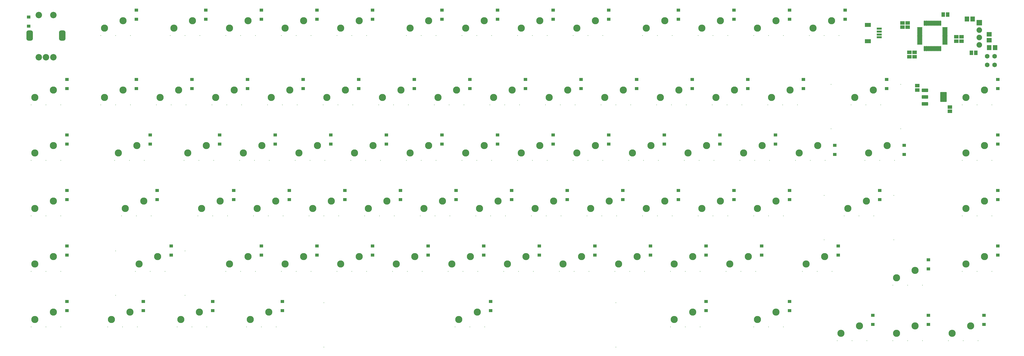
<source format=gbr>
G04*
G04 #@! TF.GenerationSoftware,Altium Limited,Altium Designer,25.6.2 (33)*
G04*
G04 Layer_Color=16711935*
%FSLAX25Y25*%
%MOIN*%
G70*
G04*
G04 #@! TF.SameCoordinates,382BDFDD-3B37-4485-9E84-E16E40AE936B*
G04*
G04*
G04 #@! TF.FilePolarity,Negative*
G04*
G01*
G75*
%ADD11C,0.00800*%
%ADD12C,0.09658*%
G04:AMPARAMS|DCode=13|XSize=74.93mil|YSize=74.93mil|CornerRadius=37.47mil|HoleSize=0mil|Usage=FLASHONLY|Rotation=0.000|XOffset=0mil|YOffset=0mil|HoleType=Round|Shape=RoundedRectangle|*
%AMROUNDEDRECTD13*
21,1,0.07493,0.00000,0,0,0.0*
21,1,0.00000,0.07493,0,0,0.0*
1,1,0.07493,0.00000,0.00000*
1,1,0.07493,0.00000,0.00000*
1,1,0.07493,0.00000,0.00000*
1,1,0.07493,0.00000,0.00000*
%
%ADD13ROUNDEDRECTD13*%
%ADD14R,0.07493X0.07493*%
%ADD15C,0.08674*%
G04:AMPARAMS|DCode=16|XSize=137.92mil|YSize=86.74mil|CornerRadius=23.68mil|HoleSize=0mil|Usage=FLASHONLY|Rotation=90.000|XOffset=0mil|YOffset=0mil|HoleType=Round|Shape=RoundedRectangle|*
%AMROUNDEDRECTD16*
21,1,0.13792,0.03937,0,0,90.0*
21,1,0.09055,0.08674,0,0,90.0*
1,1,0.04737,0.01968,0.04528*
1,1,0.04737,0.01968,-0.04528*
1,1,0.04737,-0.01968,-0.04528*
1,1,0.04737,-0.01968,0.04528*
%
%ADD16ROUNDEDRECTD16*%
%ADD52R,0.07887X0.05524*%
%ADD53R,0.06902X0.03162*%
%ADD54R,0.04540X0.04343*%
%ADD55O,0.07296X0.01981*%
%ADD56O,0.01981X0.07296*%
G04:AMPARAMS|DCode=57|XSize=47.37mil|YSize=88.71mil|CornerRadius=5.97mil|HoleSize=0mil|Usage=FLASHONLY|Rotation=270.000|XOffset=0mil|YOffset=0mil|HoleType=Round|Shape=RoundedRectangle|*
%AMROUNDEDRECTD57*
21,1,0.04737,0.07677,0,0,270.0*
21,1,0.03543,0.08871,0,0,270.0*
1,1,0.01194,-0.03839,-0.01772*
1,1,0.01194,-0.03839,0.01772*
1,1,0.01194,0.03839,0.01772*
1,1,0.01194,0.03839,-0.01772*
%
%ADD57ROUNDEDRECTD57*%
G04:AMPARAMS|DCode=58|XSize=135.95mil|YSize=88.71mil|CornerRadius=6.02mil|HoleSize=0mil|Usage=FLASHONLY|Rotation=270.000|XOffset=0mil|YOffset=0mil|HoleType=Round|Shape=RoundedRectangle|*
%AMROUNDEDRECTD58*
21,1,0.13595,0.07667,0,0,270.0*
21,1,0.12392,0.08871,0,0,270.0*
1,1,0.01204,-0.03834,-0.06196*
1,1,0.01204,-0.03834,0.06196*
1,1,0.01204,0.03834,0.06196*
1,1,0.01204,0.03834,-0.06196*
%
%ADD58ROUNDEDRECTD58*%
%ADD59R,0.06706X0.06312*%
%ADD60R,0.06312X0.06706*%
%ADD61R,0.06312X0.05131*%
%ADD62R,0.05131X0.06312*%
%ADD63C,0.06299*%
D11*
X459400Y103750D02*
D03*
X676250Y131250D02*
D03*
X636250D02*
D03*
X656250D02*
D03*
X459400Y163750D02*
D03*
X853100Y103750D02*
D03*
Y163750D02*
D03*
X1341875Y112500D02*
D03*
X1321875D02*
D03*
X1301875D02*
D03*
X1143750Y458750D02*
D03*
X1237500D02*
D03*
X1143750Y398750D02*
D03*
X1237500D02*
D03*
X1210625Y431250D02*
D03*
X1170625D02*
D03*
X1190625D02*
D03*
X1134375Y308750D02*
D03*
Y248750D02*
D03*
X1181250Y281250D02*
D03*
X1161250D02*
D03*
X1201250D02*
D03*
X1228125Y308750D02*
D03*
Y248750D02*
D03*
X271875Y173750D02*
D03*
Y233750D02*
D03*
X245000Y206250D02*
D03*
X205000D02*
D03*
X225000D02*
D03*
X178125Y173750D02*
D03*
Y233750D02*
D03*
X198125Y525000D02*
D03*
X178125D02*
D03*
X158125D02*
D03*
X251875D02*
D03*
X271875D02*
D03*
X291875D02*
D03*
X366875D02*
D03*
X346875D02*
D03*
X326875D02*
D03*
X401875D02*
D03*
X421875D02*
D03*
X441875D02*
D03*
X516875D02*
D03*
X496875D02*
D03*
X476875D02*
D03*
X570625D02*
D03*
X590625D02*
D03*
X610625D02*
D03*
X685625D02*
D03*
X665625D02*
D03*
X645625D02*
D03*
X720625D02*
D03*
X740625D02*
D03*
X760625D02*
D03*
X835625D02*
D03*
X815625D02*
D03*
X795625D02*
D03*
X889375D02*
D03*
X909375D02*
D03*
X929375D02*
D03*
X1004375D02*
D03*
X984375D02*
D03*
X964375D02*
D03*
X1039375D02*
D03*
X1059375D02*
D03*
X1079375D02*
D03*
X1154375D02*
D03*
X1134375D02*
D03*
X1114375D02*
D03*
X64375Y431250D02*
D03*
X84375D02*
D03*
X104375D02*
D03*
X198125D02*
D03*
X178125D02*
D03*
X158125D02*
D03*
X233125D02*
D03*
X253125D02*
D03*
X273125D02*
D03*
X348125D02*
D03*
X328125D02*
D03*
X308125D02*
D03*
X383125D02*
D03*
X403125D02*
D03*
X423125D02*
D03*
X498125D02*
D03*
X478125D02*
D03*
X458125D02*
D03*
X533125D02*
D03*
X553125D02*
D03*
X573125D02*
D03*
X648125D02*
D03*
X628125D02*
D03*
X608125D02*
D03*
X683125D02*
D03*
X703125D02*
D03*
X723125D02*
D03*
X798125D02*
D03*
X778125D02*
D03*
X758125D02*
D03*
X833125D02*
D03*
X853125D02*
D03*
X873125D02*
D03*
X948125D02*
D03*
X928125D02*
D03*
X908125D02*
D03*
X983125D02*
D03*
X1003125D02*
D03*
X1023125D02*
D03*
X1098125D02*
D03*
X1078125D02*
D03*
X1058125D02*
D03*
X1320625D02*
D03*
X1340625D02*
D03*
X1360625D02*
D03*
X104375Y356250D02*
D03*
X84375D02*
D03*
X64375D02*
D03*
X270625D02*
D03*
X290625D02*
D03*
X310625D02*
D03*
X385625D02*
D03*
X365625D02*
D03*
X345625D02*
D03*
X420625D02*
D03*
X440625D02*
D03*
X460625D02*
D03*
X535625D02*
D03*
X515625D02*
D03*
X495625D02*
D03*
X570625D02*
D03*
X590625D02*
D03*
X610625D02*
D03*
X685625D02*
D03*
X665625D02*
D03*
X645625D02*
D03*
X720625D02*
D03*
X740625D02*
D03*
X760625D02*
D03*
X835625D02*
D03*
X815625D02*
D03*
X795625D02*
D03*
X870625D02*
D03*
X890625D02*
D03*
X910625D02*
D03*
X985625D02*
D03*
X965625D02*
D03*
X945625D02*
D03*
X1020625D02*
D03*
X1040625D02*
D03*
X1060625D02*
D03*
X1135625D02*
D03*
X1115625D02*
D03*
X1095625D02*
D03*
X1320625D02*
D03*
X1340625D02*
D03*
X1360625D02*
D03*
X104375Y281250D02*
D03*
X84375D02*
D03*
X64375D02*
D03*
X289375D02*
D03*
X309375D02*
D03*
X329375D02*
D03*
X404375D02*
D03*
X384375D02*
D03*
X364375D02*
D03*
X439375D02*
D03*
X459375D02*
D03*
X479375D02*
D03*
X554375D02*
D03*
X534375D02*
D03*
X514375D02*
D03*
X589375D02*
D03*
X609375D02*
D03*
X629375D02*
D03*
X704375D02*
D03*
X684375D02*
D03*
X664375D02*
D03*
X739375D02*
D03*
X759375D02*
D03*
X779375D02*
D03*
X854375D02*
D03*
X834375D02*
D03*
X814375D02*
D03*
X889375D02*
D03*
X909375D02*
D03*
X929375D02*
D03*
X1004375D02*
D03*
X984375D02*
D03*
X964375D02*
D03*
X1039374Y281250D02*
D03*
X1059374D02*
D03*
X1079374D02*
D03*
X1360625Y281250D02*
D03*
X1340625D02*
D03*
X1320625D02*
D03*
X64375Y206250D02*
D03*
X84375D02*
D03*
X104375D02*
D03*
X366875D02*
D03*
X346875D02*
D03*
X326875D02*
D03*
X401875D02*
D03*
X421875D02*
D03*
X441875D02*
D03*
X516875D02*
D03*
X496875D02*
D03*
X476875D02*
D03*
X551875D02*
D03*
X571875D02*
D03*
X591875D02*
D03*
X666875D02*
D03*
X646875D02*
D03*
X626875D02*
D03*
X701875D02*
D03*
X721875D02*
D03*
X741875D02*
D03*
X816875D02*
D03*
X796875D02*
D03*
X776875D02*
D03*
X851875D02*
D03*
X871875D02*
D03*
X891875D02*
D03*
X966875D02*
D03*
X946875D02*
D03*
X926875D02*
D03*
X1001875D02*
D03*
X1021875D02*
D03*
X1041875D02*
D03*
X1266875Y187500D02*
D03*
X1246875D02*
D03*
X1226875D02*
D03*
X1320625Y206250D02*
D03*
X1340625D02*
D03*
X1360625D02*
D03*
X104375Y131250D02*
D03*
X84375D02*
D03*
X64375D02*
D03*
X1151875Y112500D02*
D03*
X1171875D02*
D03*
X1191875D02*
D03*
X1266875D02*
D03*
X1246875D02*
D03*
X1226875D02*
D03*
X206250Y281250D02*
D03*
X186250D02*
D03*
X226250D02*
D03*
X1145000Y206250D02*
D03*
X1105000D02*
D03*
X1125000D02*
D03*
X207500Y131250D02*
D03*
X167500D02*
D03*
X187500D02*
D03*
X281250D02*
D03*
X261250D02*
D03*
X301250D02*
D03*
X395000D02*
D03*
X355000D02*
D03*
X375000D02*
D03*
X196875Y356250D02*
D03*
X176875D02*
D03*
X216875D02*
D03*
X1229375D02*
D03*
X1189375D02*
D03*
X1209375D02*
D03*
X946875Y131250D02*
D03*
X926875D02*
D03*
X966875D02*
D03*
X1079375D02*
D03*
X1039375D02*
D03*
X1059375D02*
D03*
D12*
X641250Y141250D02*
D03*
X666250Y151250D02*
D03*
X1331875Y132500D02*
D03*
X1306875Y122500D02*
D03*
X1200625Y451250D02*
D03*
X1175625Y441250D02*
D03*
X1191250Y301250D02*
D03*
X1166250Y291250D02*
D03*
X210000Y216250D02*
D03*
X235000Y226250D02*
D03*
X188125Y545000D02*
D03*
X163125Y535000D02*
D03*
X256875D02*
D03*
X281875Y545000D02*
D03*
X356875D02*
D03*
X331875Y535000D02*
D03*
X406875D02*
D03*
X431875Y545000D02*
D03*
X506875D02*
D03*
X481875Y535000D02*
D03*
X575625D02*
D03*
X600625Y545000D02*
D03*
X675625D02*
D03*
X650625Y535000D02*
D03*
X725625D02*
D03*
X750625Y545000D02*
D03*
X825625D02*
D03*
X800625Y535000D02*
D03*
X894375D02*
D03*
X919375Y545000D02*
D03*
X994375D02*
D03*
X969375Y535000D02*
D03*
X1044375D02*
D03*
X1069375Y545000D02*
D03*
X1144375D02*
D03*
X1119375Y535000D02*
D03*
X69375Y441250D02*
D03*
X94375Y451250D02*
D03*
X188125D02*
D03*
X163125Y441250D02*
D03*
X238125D02*
D03*
X263125Y451250D02*
D03*
X338125D02*
D03*
X313125Y441250D02*
D03*
X388125D02*
D03*
X413125Y451250D02*
D03*
X488125D02*
D03*
X463125Y441250D02*
D03*
X538125D02*
D03*
X563125Y451250D02*
D03*
X638125D02*
D03*
X613125Y441250D02*
D03*
X688125D02*
D03*
X713125Y451250D02*
D03*
X788125D02*
D03*
X763125Y441250D02*
D03*
X838125D02*
D03*
X863125Y451250D02*
D03*
X938125D02*
D03*
X913125Y441250D02*
D03*
X988125D02*
D03*
X1013125Y451250D02*
D03*
X1088125D02*
D03*
X1063125Y441250D02*
D03*
X1325625D02*
D03*
X1350625Y451250D02*
D03*
X94375Y376250D02*
D03*
X69375Y366250D02*
D03*
X275625D02*
D03*
X300625Y376250D02*
D03*
X375625D02*
D03*
X350625Y366250D02*
D03*
X425625D02*
D03*
X450625Y376250D02*
D03*
X525625D02*
D03*
X500625Y366250D02*
D03*
X575625D02*
D03*
X600625Y376250D02*
D03*
X675625D02*
D03*
X650625Y366250D02*
D03*
X725625D02*
D03*
X750625Y376250D02*
D03*
X825625D02*
D03*
X800625Y366250D02*
D03*
X875625D02*
D03*
X900625Y376250D02*
D03*
X975625D02*
D03*
X950625Y366250D02*
D03*
X1025625D02*
D03*
X1050625Y376250D02*
D03*
X1125625D02*
D03*
X1100625Y366250D02*
D03*
X1325625D02*
D03*
X1350625Y376250D02*
D03*
X94375Y301250D02*
D03*
X69375Y291250D02*
D03*
X294375D02*
D03*
X319375Y301250D02*
D03*
X394375D02*
D03*
X369375Y291250D02*
D03*
X444375D02*
D03*
X469375Y301250D02*
D03*
X544375D02*
D03*
X519375Y291250D02*
D03*
X594375D02*
D03*
X619375Y301250D02*
D03*
X694375D02*
D03*
X669375Y291250D02*
D03*
X744375D02*
D03*
X769375Y301250D02*
D03*
X844375D02*
D03*
X819375Y291250D02*
D03*
X894375D02*
D03*
X919375Y301250D02*
D03*
X994375D02*
D03*
X969375Y291250D02*
D03*
X1044374Y291250D02*
D03*
X1069374Y301250D02*
D03*
X1350625Y301250D02*
D03*
X1325625Y291250D02*
D03*
X69375Y216250D02*
D03*
X94375Y226250D02*
D03*
X356875D02*
D03*
X331875Y216250D02*
D03*
X406875D02*
D03*
X431875Y226250D02*
D03*
X506875D02*
D03*
X481875Y216250D02*
D03*
X556875D02*
D03*
X581875Y226250D02*
D03*
X656875D02*
D03*
X631875Y216250D02*
D03*
X706875D02*
D03*
X731875Y226250D02*
D03*
X806875D02*
D03*
X781875Y216250D02*
D03*
X856875D02*
D03*
X881875Y226250D02*
D03*
X956875D02*
D03*
X931875Y216250D02*
D03*
X1006875D02*
D03*
X1031875Y226250D02*
D03*
X1256875Y207500D02*
D03*
X1231875Y197500D02*
D03*
X1325625Y216250D02*
D03*
X1350625Y226250D02*
D03*
X94375Y151250D02*
D03*
X69375Y141250D02*
D03*
X1156875Y122500D02*
D03*
X1181875Y132500D02*
D03*
X1256875D02*
D03*
X1231875Y122500D02*
D03*
X216250Y301250D02*
D03*
X191250Y291250D02*
D03*
X1110000Y216250D02*
D03*
X1135000Y226250D02*
D03*
X172500Y141250D02*
D03*
X197500Y151250D02*
D03*
X291250D02*
D03*
X266250Y141250D02*
D03*
X360000D02*
D03*
X385000Y151250D02*
D03*
X206875Y376250D02*
D03*
X181875Y366250D02*
D03*
X1194375D02*
D03*
X1219375Y376250D02*
D03*
X956875Y151250D02*
D03*
X931875Y141250D02*
D03*
X1044375D02*
D03*
X1069375Y151250D02*
D03*
D13*
X1343700Y532159D02*
D03*
Y522159D02*
D03*
Y512159D02*
D03*
D14*
Y542159D02*
D03*
D15*
X74533Y552559D02*
D03*
X94217D02*
D03*
X84375Y495472D02*
D03*
X94217D02*
D03*
X74533D02*
D03*
D16*
X62328Y525000D02*
D03*
X106422D02*
D03*
D52*
X1193307Y539370D02*
D03*
Y517323D02*
D03*
D53*
X1208563Y522441D02*
D03*
Y526378D02*
D03*
Y534252D02*
D03*
Y530315D02*
D03*
D54*
X206250Y546924D02*
D03*
X206250Y559326D02*
D03*
X300000Y546924D02*
D03*
X300000Y559326D02*
D03*
X375000Y546924D02*
D03*
X375000Y559326D02*
D03*
X450000Y546924D02*
D03*
X450000Y559326D02*
D03*
X525000Y546924D02*
D03*
X525000Y559326D02*
D03*
X618750Y546924D02*
D03*
X618750Y559326D02*
D03*
X693750Y546924D02*
D03*
X693750Y559326D02*
D03*
X768750Y546924D02*
D03*
X768750Y559326D02*
D03*
X843750Y546924D02*
D03*
X843750Y559326D02*
D03*
X937500Y546924D02*
D03*
X937500Y559326D02*
D03*
X1012500Y546924D02*
D03*
X1012500Y559326D02*
D03*
X1087500Y546924D02*
D03*
X1087500Y559326D02*
D03*
X1162500Y546924D02*
D03*
X1162500Y559326D02*
D03*
X112500Y453174D02*
D03*
X112500Y465576D02*
D03*
X206250Y453174D02*
D03*
X206250Y465576D02*
D03*
X281250Y453174D02*
D03*
X281250Y465576D02*
D03*
X356250Y453174D02*
D03*
X356250Y465576D02*
D03*
X431250Y453174D02*
D03*
X431250Y465576D02*
D03*
X506250Y453174D02*
D03*
X506250Y465576D02*
D03*
X581250Y453174D02*
D03*
X581250Y465576D02*
D03*
X656250Y453174D02*
D03*
X656250Y465576D02*
D03*
X731250Y453174D02*
D03*
X731250Y465576D02*
D03*
X806250Y453174D02*
D03*
X806250Y465576D02*
D03*
X881250Y453174D02*
D03*
X881250Y465576D02*
D03*
X956250Y453174D02*
D03*
X956250Y465576D02*
D03*
X1031250Y453174D02*
D03*
X1031250Y465576D02*
D03*
X1106250Y453174D02*
D03*
X1106250Y465576D02*
D03*
X1218750Y453174D02*
D03*
X1218750Y465576D02*
D03*
X1368750Y453174D02*
D03*
X1368750Y465576D02*
D03*
X112500Y378174D02*
D03*
X112500Y390576D02*
D03*
X225000Y378174D02*
D03*
X225000Y390576D02*
D03*
X318750Y378174D02*
D03*
X318750Y390576D02*
D03*
X393750Y378174D02*
D03*
X393750Y390576D02*
D03*
X468750Y378174D02*
D03*
X468750Y390576D02*
D03*
X543750Y378174D02*
D03*
X543750Y390576D02*
D03*
X618750Y378174D02*
D03*
X618750Y390576D02*
D03*
X693750Y378174D02*
D03*
X693750Y390576D02*
D03*
X768750Y378174D02*
D03*
X768750Y390576D02*
D03*
X843750Y378174D02*
D03*
X843750Y390576D02*
D03*
X918750Y378174D02*
D03*
X918750Y390576D02*
D03*
X993750Y378174D02*
D03*
X993750Y390576D02*
D03*
X1068750Y378174D02*
D03*
X1068750Y390576D02*
D03*
X1148438Y364112D02*
D03*
X1148438Y376513D02*
D03*
X1242188Y364112D02*
D03*
X1242188Y376513D02*
D03*
X1368750Y378174D02*
D03*
X1368750Y390576D02*
D03*
X112500Y303174D02*
D03*
X112500Y315576D02*
D03*
X234375Y303174D02*
D03*
X234375Y315576D02*
D03*
X337500Y303174D02*
D03*
X337500Y315576D02*
D03*
X412500Y303174D02*
D03*
X412500Y315576D02*
D03*
X487500Y303174D02*
D03*
X487500Y315576D02*
D03*
X562500Y303174D02*
D03*
X562500Y315576D02*
D03*
X637500Y303174D02*
D03*
X637500Y315576D02*
D03*
X712500Y303174D02*
D03*
X712500Y315576D02*
D03*
X787500Y303174D02*
D03*
X787500Y315576D02*
D03*
X862500Y303174D02*
D03*
X862500Y315576D02*
D03*
X937500Y303174D02*
D03*
X937500Y315576D02*
D03*
X1012500Y303174D02*
D03*
X1012500Y315576D02*
D03*
X1087500Y303174D02*
D03*
X1087500Y315576D02*
D03*
X1209375Y303174D02*
D03*
X1209375Y315576D02*
D03*
X1368750Y303174D02*
D03*
X1368750Y315576D02*
D03*
X112500Y228174D02*
D03*
X112500Y240576D02*
D03*
X253125Y228174D02*
D03*
X253125Y240576D02*
D03*
X375000Y228174D02*
D03*
X375000Y240576D02*
D03*
X450000Y228174D02*
D03*
X450000Y240576D02*
D03*
X525000Y228174D02*
D03*
X525000Y240576D02*
D03*
X600000Y228174D02*
D03*
X600000Y240576D02*
D03*
X675000Y228174D02*
D03*
X675000Y240576D02*
D03*
X750000Y228174D02*
D03*
X750000Y240576D02*
D03*
X825000Y228174D02*
D03*
X825000Y240576D02*
D03*
X900000Y228174D02*
D03*
X900000Y240576D02*
D03*
X975000Y228174D02*
D03*
X975000Y240576D02*
D03*
X1050000Y228174D02*
D03*
X1050000Y240576D02*
D03*
X1153125Y228174D02*
D03*
X1153125Y240576D02*
D03*
X1275000Y209424D02*
D03*
X1275000Y221826D02*
D03*
X1368750Y228174D02*
D03*
X1368750Y240576D02*
D03*
X112500Y153174D02*
D03*
X112500Y165576D02*
D03*
X215625Y153174D02*
D03*
X215625Y165576D02*
D03*
X309375Y153174D02*
D03*
X309375Y165576D02*
D03*
X403125Y153174D02*
D03*
X403125Y165576D02*
D03*
X684375Y153174D02*
D03*
X684375Y165576D02*
D03*
X975000Y153174D02*
D03*
X975000Y165576D02*
D03*
X1087500Y153174D02*
D03*
X1087500Y165576D02*
D03*
X1200000Y134424D02*
D03*
X1200000Y146826D02*
D03*
X1275000Y134424D02*
D03*
X1275000Y146826D02*
D03*
X1350000Y134424D02*
D03*
X1350000Y146826D02*
D03*
X60938Y549951D02*
D03*
X60938Y537549D02*
D03*
D55*
X1297335Y535217D02*
D03*
Y533249D02*
D03*
Y531280D02*
D03*
Y529312D02*
D03*
Y527343D02*
D03*
Y525375D02*
D03*
Y523406D02*
D03*
Y521438D02*
D03*
Y519469D02*
D03*
Y517501D02*
D03*
Y515532D02*
D03*
Y513564D02*
D03*
X1263280D02*
D03*
Y515532D02*
D03*
Y517501D02*
D03*
Y519469D02*
D03*
Y521438D02*
D03*
Y523406D02*
D03*
Y525375D02*
D03*
Y527343D02*
D03*
Y529312D02*
D03*
Y531280D02*
D03*
Y533249D02*
D03*
Y535217D02*
D03*
D56*
X1291134Y507363D02*
D03*
X1289166D02*
D03*
X1287197D02*
D03*
X1285229D02*
D03*
X1283261D02*
D03*
X1281292D02*
D03*
X1279323D02*
D03*
X1277355D02*
D03*
X1275387D02*
D03*
X1273418D02*
D03*
X1271449D02*
D03*
X1269481D02*
D03*
Y541418D02*
D03*
X1271449D02*
D03*
X1273418D02*
D03*
X1275387D02*
D03*
X1277355D02*
D03*
X1279323D02*
D03*
X1281292D02*
D03*
X1283261D02*
D03*
X1285229D02*
D03*
X1287197D02*
D03*
X1289166D02*
D03*
X1291134D02*
D03*
D57*
X1270177Y432677D02*
D03*
Y441732D02*
D03*
Y450787D02*
D03*
D58*
X1295177Y441732D02*
D03*
D59*
X1357030Y518719D02*
D03*
Y526593D02*
D03*
D60*
X1326772Y547244D02*
D03*
X1334646D02*
D03*
X1364904Y508593D02*
D03*
X1357030D02*
D03*
D61*
X1259842Y457087D02*
D03*
Y451181D02*
D03*
X1303937Y422441D02*
D03*
Y428346D02*
D03*
X1249218Y496266D02*
D03*
Y502171D02*
D03*
X1256249Y496266D02*
D03*
Y502171D02*
D03*
X1246874Y536109D02*
D03*
Y542015D02*
D03*
X1239843Y536109D02*
D03*
Y542015D02*
D03*
X1312499Y523265D02*
D03*
Y517359D02*
D03*
X1319530Y523265D02*
D03*
Y517359D02*
D03*
D62*
X1294875Y553125D02*
D03*
X1300780D02*
D03*
X1338889Y501562D02*
D03*
X1332984D02*
D03*
D63*
X1364374Y485156D02*
D03*
X1354374D02*
D03*
X1364374Y496875D02*
D03*
X1354374D02*
D03*
M02*

</source>
